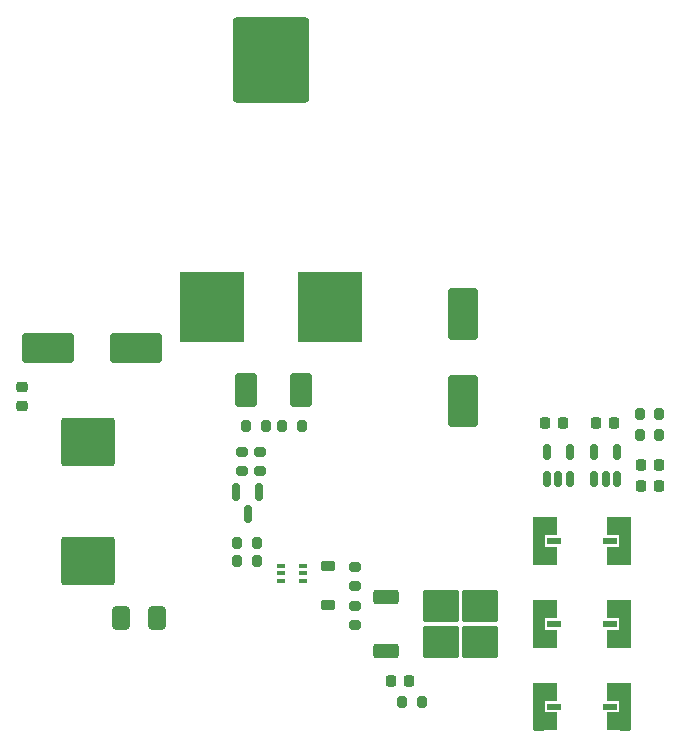
<source format=gtp>
%TF.GenerationSoftware,KiCad,Pcbnew,7.0.1*%
%TF.CreationDate,2023-04-29T01:50:32-04:00*%
%TF.ProjectId,PowerSection,506f7765-7253-4656-9374-696f6e2e6b69,rev?*%
%TF.SameCoordinates,Original*%
%TF.FileFunction,Paste,Top*%
%TF.FilePolarity,Positive*%
%FSLAX46Y46*%
G04 Gerber Fmt 4.6, Leading zero omitted, Abs format (unit mm)*
G04 Created by KiCad (PCBNEW 7.0.1) date 2023-04-29 01:50:32*
%MOMM*%
%LPD*%
G01*
G04 APERTURE LIST*
G04 Aperture macros list*
%AMRoundRect*
0 Rectangle with rounded corners*
0 $1 Rounding radius*
0 $2 $3 $4 $5 $6 $7 $8 $9 X,Y pos of 4 corners*
0 Add a 4 corners polygon primitive as box body*
4,1,4,$2,$3,$4,$5,$6,$7,$8,$9,$2,$3,0*
0 Add four circle primitives for the rounded corners*
1,1,$1+$1,$2,$3*
1,1,$1+$1,$4,$5*
1,1,$1+$1,$6,$7*
1,1,$1+$1,$8,$9*
0 Add four rect primitives between the rounded corners*
20,1,$1+$1,$2,$3,$4,$5,0*
20,1,$1+$1,$4,$5,$6,$7,0*
20,1,$1+$1,$6,$7,$8,$9,0*
20,1,$1+$1,$8,$9,$2,$3,0*%
G04 Aperture macros list end*
%ADD10RoundRect,0.200000X-0.200000X-0.275000X0.200000X-0.275000X0.200000X0.275000X-0.200000X0.275000X0*%
%ADD11RoundRect,0.225000X0.250000X-0.225000X0.250000X0.225000X-0.250000X0.225000X-0.250000X-0.225000X0*%
%ADD12RoundRect,0.200000X-0.275000X0.200000X-0.275000X-0.200000X0.275000X-0.200000X0.275000X0.200000X0*%
%ADD13RoundRect,0.050000X0.450000X1.950000X-0.450000X1.950000X-0.450000X-1.950000X0.450000X-1.950000X0*%
%ADD14RoundRect,0.075000X0.975000X0.675000X-0.975000X0.675000X-0.975000X-0.675000X0.975000X-0.675000X0*%
%ADD15RoundRect,0.025000X0.525000X0.225000X-0.525000X0.225000X-0.525000X-0.225000X0.525000X-0.225000X0*%
%ADD16RoundRect,0.150000X-0.150000X0.587500X-0.150000X-0.587500X0.150000X-0.587500X0.150000X0.587500X0*%
%ADD17RoundRect,0.275000X-2.475000X-2.725000X2.475000X-2.725000X2.475000X2.725000X-2.475000X2.725000X0*%
%ADD18RoundRect,0.325000X-2.925000X-3.300000X2.925000X-3.300000X2.925000X3.300000X-2.925000X3.300000X0*%
%ADD19RoundRect,0.150000X0.150000X-0.512500X0.150000X0.512500X-0.150000X0.512500X-0.150000X-0.512500X0*%
%ADD20RoundRect,0.225000X-0.225000X-0.250000X0.225000X-0.250000X0.225000X0.250000X-0.225000X0.250000X0*%
%ADD21RoundRect,0.200000X0.275000X-0.200000X0.275000X0.200000X-0.275000X0.200000X-0.275000X-0.200000X0*%
%ADD22RoundRect,0.200000X0.200000X0.275000X-0.200000X0.275000X-0.200000X-0.275000X0.200000X-0.275000X0*%
%ADD23RoundRect,0.205000X2.045000X-1.845000X2.045000X1.845000X-2.045000X1.845000X-2.045000X-1.845000X0*%
%ADD24RoundRect,0.225000X0.225000X0.250000X-0.225000X0.250000X-0.225000X-0.250000X0.225000X-0.250000X0*%
%ADD25RoundRect,0.250000X1.950000X1.000000X-1.950000X1.000000X-1.950000X-1.000000X1.950000X-1.000000X0*%
%ADD26RoundRect,0.250000X-1.000000X1.950000X-1.000000X-1.950000X1.000000X-1.950000X1.000000X1.950000X0*%
%ADD27RoundRect,0.337777X-0.422223X-0.677223X0.422223X-0.677223X0.422223X0.677223X-0.422223X0.677223X0*%
%ADD28RoundRect,0.250000X-0.850000X-0.350000X0.850000X-0.350000X0.850000X0.350000X-0.850000X0.350000X0*%
%ADD29RoundRect,0.250000X-1.275000X-1.125000X1.275000X-1.125000X1.275000X1.125000X-1.275000X1.125000X0*%
%ADD30RoundRect,0.225000X-0.375000X0.225000X-0.375000X-0.225000X0.375000X-0.225000X0.375000X0.225000X0*%
%ADD31RoundRect,0.185000X-0.740000X-1.215000X0.740000X-1.215000X0.740000X1.215000X-0.740000X1.215000X0*%
%ADD32R,0.650000X0.400000*%
G04 APERTURE END LIST*
D10*
%TO.C,R1*%
X151894000Y-80772000D03*
X153544000Y-80772000D03*
%TD*%
D11*
%TO.C,C2*%
X99568000Y-80023000D03*
X99568000Y-78473000D03*
%TD*%
D12*
%TO.C,R4*%
X119766000Y-83948000D03*
X119766000Y-85598000D03*
%TD*%
D10*
%TO.C,R6*%
X117793000Y-91694000D03*
X119443000Y-91694000D03*
%TD*%
D13*
%TO.C,R13*%
X150650000Y-91500000D03*
D14*
X150100000Y-92750000D03*
X150100000Y-90250000D03*
D15*
X149350000Y-91500000D03*
X144650000Y-91500000D03*
D14*
X143900000Y-92750000D03*
X143900000Y-90250000D03*
D13*
X143350000Y-91500000D03*
%TD*%
D12*
%TO.C,R9*%
X127762000Y-96965000D03*
X127762000Y-98615000D03*
%TD*%
D16*
%TO.C,Q1*%
X119634000Y-87313000D03*
X117734000Y-87313000D03*
X118684000Y-89188000D03*
%TD*%
D10*
%TO.C,R8*%
X118555000Y-81788000D03*
X120205000Y-81788000D03*
%TD*%
D17*
%TO.C,L2*%
X115650000Y-71670000D03*
X125650000Y-71670000D03*
D18*
X120650000Y-50795000D03*
%TD*%
D19*
%TO.C,U2*%
X144050000Y-86235500D03*
X145000000Y-86235500D03*
X145950000Y-86235500D03*
X145950000Y-83960500D03*
X144050000Y-83960500D03*
%TD*%
D20*
%TO.C,C6*%
X143879000Y-81534000D03*
X145429000Y-81534000D03*
%TD*%
D21*
%TO.C,R7*%
X127762000Y-95313000D03*
X127762000Y-93663000D03*
%TD*%
D22*
%TO.C,R10*%
X133413000Y-105156000D03*
X131763000Y-105156000D03*
%TD*%
D23*
%TO.C,L1*%
X105156000Y-93188000D03*
X105156000Y-83088000D03*
%TD*%
D24*
%TO.C,C8*%
X132347000Y-103378000D03*
X130797000Y-103378000D03*
%TD*%
D12*
%TO.C,R3*%
X118242000Y-83948000D03*
X118242000Y-85598000D03*
%TD*%
D24*
%TO.C,C3*%
X153557000Y-85090000D03*
X152007000Y-85090000D03*
%TD*%
D20*
%TO.C,C5*%
X148197000Y-81534000D03*
X149747000Y-81534000D03*
%TD*%
D25*
%TO.C,C1*%
X109220000Y-75184000D03*
X101820000Y-75184000D03*
%TD*%
D22*
%TO.C,R2*%
X153544000Y-82550000D03*
X151894000Y-82550000D03*
%TD*%
D19*
%TO.C,U1*%
X148050000Y-86235500D03*
X149000000Y-86235500D03*
X149950000Y-86235500D03*
X149950000Y-83960500D03*
X148050000Y-83960500D03*
%TD*%
D10*
%TO.C,R5*%
X117793000Y-93218000D03*
X119443000Y-93218000D03*
%TD*%
%TO.C,C7*%
X121603000Y-81788000D03*
X123253000Y-81788000D03*
%TD*%
D26*
%TO.C,C9*%
X136906000Y-72246000D03*
X136906000Y-79646000D03*
%TD*%
D27*
%TO.C,F1*%
X107954000Y-98044000D03*
X110994000Y-98044000D03*
%TD*%
D28*
%TO.C,Q2*%
X130420000Y-96223000D03*
D29*
X135045000Y-96978000D03*
X135045000Y-100028000D03*
X138395000Y-96978000D03*
X138395000Y-100028000D03*
D28*
X130420000Y-100783000D03*
%TD*%
D13*
%TO.C,R11*%
X150650000Y-105500000D03*
D14*
X150100000Y-106750000D03*
X150100000Y-104250000D03*
D15*
X149350000Y-105500000D03*
X144650000Y-105500000D03*
D14*
X143900000Y-106750000D03*
X143900000Y-104250000D03*
D13*
X143350000Y-105500000D03*
%TD*%
%TO.C,R12*%
X150650000Y-98500000D03*
D14*
X150100000Y-99750000D03*
X150100000Y-97250000D03*
D15*
X149350000Y-98500000D03*
X144650000Y-98500000D03*
D14*
X143900000Y-99750000D03*
X143900000Y-97250000D03*
D13*
X143350000Y-98500000D03*
%TD*%
D30*
%TO.C,D1*%
X125476000Y-93600000D03*
X125476000Y-96900000D03*
%TD*%
D24*
%TO.C,C4*%
X153544000Y-86868000D03*
X151994000Y-86868000D03*
%TD*%
D31*
%TO.C,D3*%
X118579000Y-78740000D03*
X123229000Y-78740000D03*
%TD*%
D32*
%TO.C,U4*%
X121478000Y-93584000D03*
X121478000Y-94234000D03*
X121478000Y-94884000D03*
X123378000Y-94884000D03*
X123378000Y-94234000D03*
X123378000Y-93584000D03*
%TD*%
M02*

</source>
